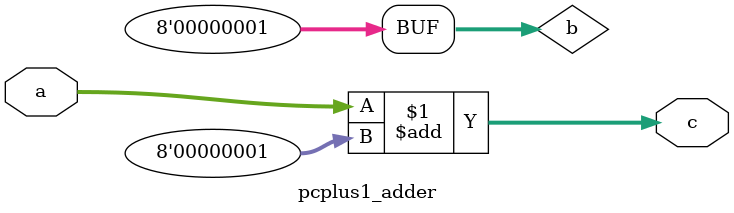
<source format=v>
module pcplus1_adder(
input wire [7:0] a,
output wire[7:0] c
);

wire [7:0] b = 8'b00000001;

assign c= a+b;
endmodule
</source>
